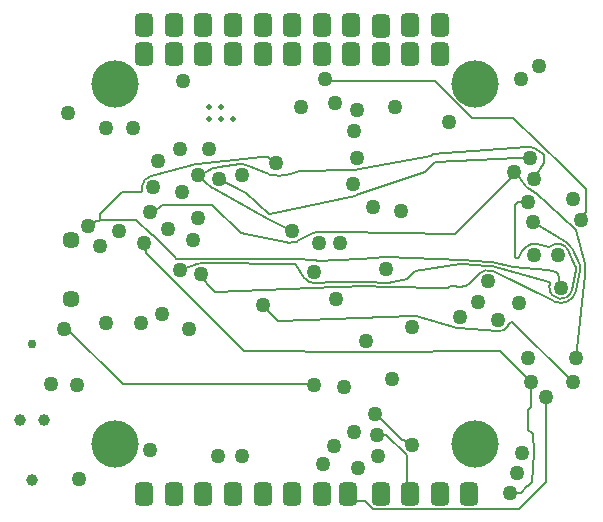
<source format=gbr>
%TF.GenerationSoftware,Altium Limited,Altium Designer,23.4.1 (23)*%
G04 Layer_Physical_Order=4*
G04 Layer_Color=16440176*
%FSLAX45Y45*%
%MOMM*%
%TF.SameCoordinates,640A0DE8-BAFA-4507-9DCD-DBD9925EBA1E*%
%TF.FilePolarity,Positive*%
%TF.FileFunction,Copper,L4,Inr,Signal*%
%TF.Part,Single*%
G01*
G75*
%TA.AperFunction,Conductor*%
%ADD10C,0.15000*%
%TA.AperFunction,ComponentPad*%
%ADD54C,0.99100*%
%ADD55C,1.45000*%
%ADD56C,0.75000*%
%TA.AperFunction,ViaPad*%
%ADD57C,4.00000*%
G04:AMPARAMS|DCode=58|XSize=1.524mm|YSize=2mm|CornerRadius=0.381mm|HoleSize=0mm|Usage=FLASHONLY|Rotation=0.000|XOffset=0mm|YOffset=0mm|HoleType=Round|Shape=RoundedRectangle|*
%AMROUNDEDRECTD58*
21,1,1.52400,1.23800,0,0,0.0*
21,1,0.76200,2.00000,0,0,0.0*
1,1,0.76200,0.38100,-0.61900*
1,1,0.76200,-0.38100,-0.61900*
1,1,0.76200,-0.38100,0.61900*
1,1,0.76200,0.38100,0.61900*
%
%ADD58ROUNDEDRECTD58*%
%ADD59C,1.27000*%
%ADD60C,0.50000*%
D10*
X4338644Y1653499D02*
G03*
X4431137Y1704201I7458J96111D01*
G01*
X3992938Y1682162D02*
G03*
X4011443Y1678889I25963J92838D01*
G01*
X4049471Y2260487D02*
G03*
X4042379Y2260892I-11023J-130937D01*
G01*
X4937242Y2341010D02*
G03*
X4794652Y2378928I-87242J-41010D01*
G01*
X4034571Y2033229D02*
G03*
X4107282Y2062060I3877J96322D01*
G01*
X4294091Y2238404D02*
G03*
X4260899Y2242688I-37791J-162052D01*
G01*
X3401740Y2280067D02*
G03*
X3390200Y2279935I-4673J-96287D01*
G01*
X4290176Y2203310D02*
G03*
X4246726Y2207402I-33875J-126958D01*
G01*
X4298969Y2162795D02*
G03*
X4236198Y2170632I-42668J-86443D01*
G01*
X4047182Y2225554D02*
G03*
X4023001Y2224705I-8733J-96004D01*
G01*
X4236198Y2170632D02*
G03*
X4187467Y2143842I20103J-94281D01*
G01*
X3645695Y1780191D02*
G03*
X3642345Y1781072I-26191J-92774D01*
G01*
D02*
G03*
X3615771Y1783744I-22841J-93655D01*
G01*
X4817570Y1906815D02*
G03*
X5003428Y1997211I57430J118185D01*
G01*
X4816840Y1907172D02*
G03*
X4817570Y1906815I58160J117828D01*
G01*
X1845829Y2231002D02*
G03*
X1791626Y2225956I-18529J-94603D01*
G01*
X1402828Y2968816D02*
G03*
X1328600Y2875000I22172J-93816D01*
G01*
X1797112Y3073215D02*
G03*
X1782830Y3070526I10642J-95811D01*
G01*
X1981448Y3044826D02*
G03*
X1933509Y3034128I-3667J-96330D01*
G01*
X2404583Y2981981D02*
G03*
X2579462Y2983741I84345J308421D01*
G01*
X2212781Y3063688D02*
G03*
X2161317Y3070424I-37781J-88688D01*
G01*
X1981718Y3044826D02*
G03*
X1983847Y3044977I0J15001D01*
G01*
X1916199Y2873610D02*
G03*
X1928357Y2865636I58802J76390D01*
G01*
X2581754Y2405342D02*
G03*
X2644475Y2414472I18246J94658D01*
G01*
X1418491Y2467837D02*
G03*
X1414490Y2471653I-68491J-67837D01*
G01*
X1139244Y2597500D02*
G03*
X1138394Y2597501I-518J-96399D01*
G01*
X2793216Y2491010D02*
G03*
X2780373Y2485448I31784J-91010D01*
G01*
X2827135Y2496377D02*
G03*
X2793216Y2491010I-2135J-96376D01*
G01*
X3003524Y2494662D02*
G03*
X3002926Y2494669I-1532J-96388D01*
G01*
X2976496Y2494925D02*
G03*
X2958254Y2493472I-1496J-96388D01*
G01*
X2799020Y2254940D02*
G03*
X2791470Y2255717I-13647J-95429D01*
G01*
X2704518Y2107018D02*
G03*
X2789434Y2063196I80855J52493D01*
G01*
X3135672Y2803127D02*
G03*
X3145184Y2805782I-19671J88848D01*
G01*
X3110000Y3017854D02*
G03*
X3124800Y3019357I-1766J90983D01*
G01*
X4674122Y2393334D02*
G03*
X4581848Y2368178I-24122J-93333D01*
G01*
X3224022Y1478605D02*
G03*
X3225893Y1478604I978J96395D01*
G01*
X2973658Y2027716D02*
G03*
X2971586Y2027647I2138J-96376D01*
G01*
X4646221Y620683D02*
G03*
X4646176Y633131I-96221J5882D01*
G01*
X4778703Y2029455D02*
G03*
X4969485Y2005879I96297J-4455D01*
G01*
X4968281Y2357234D02*
G03*
X4916977Y2413050I-118280J-57234D01*
G01*
X4569614Y2891139D02*
G03*
X4598735Y2863793I79118J55075D01*
G01*
D02*
G03*
X4599221Y2863500I49997J82421D01*
G01*
X4665431Y2821684D02*
G03*
X4649476Y2833575I-65276J-70937D01*
G01*
X4663378Y3200897D02*
G03*
X4606703Y3216326I-52457J-80878D01*
G01*
X3396560Y2064062D02*
G03*
X3415256Y2065377I2997J90951D01*
G01*
X5081054Y2133403D02*
G03*
X5078122Y2183427I-145054J16597D01*
G01*
X4493394Y2734976D02*
G03*
X4493392Y2734975I10606J-10607D01*
G01*
X3645695Y1780191D02*
X3992627Y1682249D01*
X3992938Y1682162D01*
X4452407Y1736000D02*
X4464000D01*
X4431137Y1704201D02*
X4443203Y1726796D01*
X4011443Y1678889D02*
X4338644Y1653499D01*
X4443203Y1726796D02*
X4452407Y1736000D01*
X3644710Y2163295D02*
X4023001Y2224705D01*
X3925424Y2027981D02*
X3934211Y2036768D01*
X4107282Y2062060D02*
X4187467Y2143842D01*
X3401740Y2280066D02*
X4042379Y2260892D01*
X3934211Y2036768D02*
X3946638D01*
X4034571Y2033229D01*
X3917122Y2019679D02*
X3925424Y2027981D01*
X4778802Y2367884D02*
X4794652Y2378928D01*
X4047182Y2225554D02*
X4246726Y2207402D01*
X4937242Y2341010D02*
X4937246Y2341002D01*
X4049471Y2260487D02*
X4260899Y2242688D01*
X3398393Y776607D02*
X3569400Y605600D01*
X3318105Y776607D02*
X3398393D01*
X3316322Y774824D02*
X3318105Y776607D01*
X3587858Y693165D02*
X3618165D01*
X3528536Y735765D02*
X3545259D01*
X3310701Y953600D02*
X3528536Y735765D01*
X3569400Y305600D02*
Y605600D01*
X3545259Y735765D02*
X3587858Y693165D01*
X4298969Y2162795D02*
X4816840Y1907172D01*
X4469194Y2197569D02*
X4768610Y2175686D01*
X4290176Y2203310D02*
X4772339Y2075198D01*
X4775221Y2072316D01*
X4779947Y2067590D01*
X4294091Y2238403D02*
X4469194Y2197569D01*
X2627062Y2223667D02*
X2632579Y2218151D01*
X2704518Y2107018D01*
X1878863Y2050523D02*
X1946018Y1983368D01*
X1827300Y2136400D02*
X1878863Y2050523D01*
X1651395Y2170097D02*
X1791626Y2225956D01*
X1845829Y2231002D02*
X2627062Y2223667D01*
X2265099Y3125197D02*
X2340612Y3128632D01*
X1402828Y2968815D02*
X1782830Y3070526D01*
X1871201Y2908621D02*
X1916199Y2873610D01*
X1797112Y3073215D02*
X2265099Y3125197D01*
X1819818Y2960005D02*
X1871201Y2908621D01*
X2190621Y2833094D02*
X2206444Y2822024D01*
X1981985Y2946218D02*
X2190621Y2833094D01*
X1807755Y2977404D02*
X1819818Y2960005D01*
X1981448Y3044826D02*
X1981718D01*
X2212781Y3063688D02*
X2404583Y2981981D01*
X1983847Y3044977D02*
X2161317Y3070424D01*
X1802458Y2972799D02*
X1814885Y2972799D01*
X1933509Y3034128D01*
X1328600Y2846288D02*
Y2875000D01*
X1315896Y2837500D02*
X1319813Y2837500D01*
X1162500Y2837500D02*
X1315896D01*
X1319813Y2837500D02*
X1328600Y2846288D01*
X2644475Y2414472D02*
X2644700Y2414590D01*
X2164163Y2485837D02*
X2581754Y2405342D01*
X1398663Y2661407D02*
X1474861Y2699861D01*
X1925000Y2725000D02*
X2164163Y2485837D01*
X2644700Y2414590D02*
X2780373Y2485448D01*
X1474861Y2699861D02*
X1483648Y2708648D01*
X1500000Y2725000D01*
X1275195Y2597022D02*
X1414489Y2471652D01*
X1363091Y2315287D02*
X1371878Y2306500D01*
X1614160Y2270367D02*
X2629193Y2266002D01*
X1418491Y2467837D02*
X1605373Y2279154D01*
X1614160Y2270367D01*
X1371878Y2306500D02*
X2184984Y1493394D01*
X1350000Y2400000D02*
X1363091Y2315287D01*
X1139244Y2597500D02*
X1275195Y2597022D01*
X972000Y2597000D02*
X993215Y2597001D01*
X1138394Y2597500D01*
X875000Y2550000D02*
X905307D01*
X941700Y2586394D01*
X961394D01*
X972000Y2597000D01*
X2340612Y3128632D02*
X2399931D01*
X2453330Y3075233D01*
X2468154D01*
X2579462Y2983740D02*
X2665362Y3009223D01*
X2393129Y2608675D02*
X2600000Y2500000D01*
X1928357Y2865635D02*
X2393129Y2608675D01*
X3967033Y2479343D02*
X3979343D01*
X3003524Y2494662D02*
X3967033Y2479343D01*
X2976496Y2494925D02*
X3002926Y2494669D01*
X2789434Y2063196D02*
X2970238Y2070990D01*
X2629193Y2266002D02*
X2791470Y2255717D01*
X2970238Y2070990D02*
X2976530Y2070990D01*
X2808694Y2253556D02*
X2808753Y2253558D01*
X2976530Y2070990D02*
X2983412Y2070919D01*
X2799020Y2254939D02*
X2808694Y2253556D01*
X2827135Y2496376D02*
X2958254Y2493472D01*
X3723327Y3000536D02*
X3726659Y3001659D01*
X3811026Y3086026D01*
X2407625Y2643676D02*
X2415477Y2643675D01*
X3124800Y3019357D02*
X3775836Y3139885D01*
X2665362Y3009223D02*
X2667391Y3009263D01*
X3110000Y3017854D01*
X3145184Y2805782D02*
X3723327Y3000536D01*
X2415477Y2643675D02*
X3135672Y2803127D01*
X3775836Y3139885D02*
X3784624Y3148672D01*
X4772592Y2367884D02*
X4778802Y2367884D01*
X4674122Y2393333D02*
X4772592Y2367884D01*
X4545553Y2331874D02*
X4581848Y2368178D01*
X4518211Y2282997D02*
X4545553Y2331874D01*
X4510214Y2275000D02*
X4518211Y2282997D01*
X5003428Y1997211D02*
X5041815Y2174516D01*
X4937246Y2341002D02*
X4999491Y2208999D01*
X3174119Y2266000D02*
X3179434Y2265430D01*
X3187115Y2265430D02*
X3390200Y2279935D01*
X3179434Y2265430D02*
X3187115Y2265430D01*
X2484606Y1740394D02*
X2497026D01*
X3615771Y1783744D01*
X3300000Y953600D02*
X3310701D01*
X1165829Y1206497D02*
X2771148D01*
X2781548Y1196097D01*
X2189378Y1489000D02*
X3224022Y1478605D01*
X3225893Y1478604D02*
X4348573Y1489000D01*
X2184984Y1493394D02*
X2189378Y1489000D01*
X4348573Y1489000D02*
X4361000D01*
X4625000Y1225000D01*
X3979343Y2479343D02*
X4489627Y2989627D01*
X3237460Y2033567D02*
X3237677D01*
X1958446Y1983368D02*
X2971586Y2027647D01*
X2973658Y2027715D02*
X3237460Y2033567D01*
X1946018Y1983368D02*
X1958446Y1983368D01*
X2349907Y1875093D02*
X2413223Y1811777D01*
X2349907Y1875093D02*
Y1880690D01*
X2413223Y1811777D02*
X2484606Y1740394D01*
X695362Y1676964D02*
X1165829Y1206497D01*
X672254Y1676964D02*
X695362D01*
X4445295Y287069D02*
X4537069D01*
X4591215Y341216D01*
X4595609Y345609D02*
X4627451Y377451D01*
X4631607Y381607D01*
X4631801Y790734D02*
X4636000Y786535D01*
X4600000Y822535D02*
X4631801Y790734D01*
X4631607Y381607D02*
X4646220Y620683D01*
X4636000Y786535D02*
X4646176Y633131D01*
X4854605Y2140294D02*
X4875000Y2025000D01*
X5006997Y2190931D02*
Y2197145D01*
X5041815Y2174516D02*
X5041997Y2174698D01*
X4845818Y2149081D02*
X4854605Y2140294D01*
X4778703Y2029455D02*
X4779947Y2055163D01*
X4838700Y2156199D02*
X4845818Y2149081D01*
X4779947Y2055163D02*
Y2067590D01*
X4969485Y2005879D02*
X5003794Y2175547D01*
X5006997Y2190931D01*
X5035668Y2217970D02*
X5041997Y2211642D01*
X4968281Y2357234D02*
X5035668Y2217970D01*
X4638602Y2577974D02*
X4916976Y2413049D01*
X4999491Y2208999D02*
X5006997Y2197145D01*
X4519189Y2745070D02*
X4600155Y2750748D01*
X4665431Y2821684D02*
X4994047Y2519291D01*
X4599221Y2863500D02*
X4649475Y2833575D01*
X4994047Y2519291D02*
X5001074Y2512265D01*
X4506762Y2745070D02*
X4519189Y2745070D01*
X5001074Y2512265D02*
X5076996Y2226139D01*
X2206444Y2822024D02*
X2407625Y2643676D01*
X4517421Y3118370D02*
X4610921Y3120018D01*
X4663378Y3200896D02*
X4728381Y3158736D01*
X3788555Y3152603D02*
X4592880Y3215721D01*
X4499891Y2989627D02*
X4508678Y2980840D01*
X4506152Y3118317D02*
X4517421Y3118370D01*
X4592880Y3215721D02*
X4606703Y3216326D01*
X4473920Y3005334D02*
X4475104Y3006517D01*
X4489627Y2989627D02*
X4499891D01*
X4537741Y2936925D02*
X4569614Y2891139D01*
X4473920Y3005334D02*
X4489627Y2989627D01*
X4728381Y3158736D02*
X4736000Y3151117D01*
X4508678Y2980840D02*
X4537741Y2936925D01*
X4648732Y2946214D02*
X4700664Y3026511D01*
X3816829Y3086296D02*
X4506152Y3118317D01*
X4700664Y3026511D02*
X4736000Y3079874D01*
X3165438Y2266000D02*
X3174119D01*
X3910800Y2019678D02*
X3916843D01*
X3251861Y2068567D02*
X3396560Y2064062D01*
X3237677Y2033567D02*
X3237888Y2033561D01*
X3397882Y2029018D02*
X3910800Y2019678D01*
X3396532Y2029049D02*
X3396794Y2029042D01*
X3397574Y2029024D02*
X3397882Y2029018D01*
X2983412Y2070919D02*
X3251861Y2068567D01*
X3916843Y2019678D02*
X3917122Y2019679D01*
X3396794Y2029042D02*
X3397574Y2029024D01*
X3237888Y2033561D02*
X3396532Y2029049D01*
X3415256Y2065377D02*
X3574722Y2093307D01*
X3784624Y3148672D02*
X3788555Y3152603D01*
X3811026Y3086026D02*
X3816829Y3086296D01*
X4908483Y3040410D02*
X4908841Y3040057D01*
X4470987Y3458557D02*
X4908483Y3040410D01*
X4908841Y3040057D02*
X5086000Y2857130D01*
Y2666307D02*
Y2857130D01*
X4736000Y3079874D02*
Y3151117D01*
X5041997Y2174698D02*
Y2211642D01*
X5076996Y2226139D02*
X5078122Y2183427D01*
X2808753Y2253558D02*
X3165438Y2266000D01*
X2875000Y3791000D02*
X2891000Y3775000D01*
X3810340D01*
X3574722Y2093307D02*
X3574808Y2093394D01*
X972000Y2597000D02*
Y2647001D01*
X1162500Y2837500D01*
X4126783Y3458557D02*
X4470987D01*
X4625000Y1225000D02*
X4625000D01*
X4624842Y1010399D02*
Y1224842D01*
X4625000Y1225000D01*
X4600000Y985557D02*
X4624842Y1010399D01*
X4600000Y822535D02*
Y985557D01*
X4591215Y341216D02*
X4595609Y345609D01*
X3574808Y2093394D02*
X3644710Y2163295D01*
X4500693Y2739000D02*
X4506762Y2745070D01*
X5050000Y2600000D02*
Y2630307D01*
X5086000Y2666307D01*
X3810340Y3775000D02*
X4126783Y3458557D01*
X3569400Y305600D02*
X3600000Y275000D01*
X4768610Y2175686D02*
X4838700Y2156199D01*
X5000000Y1425000D02*
X5081054Y2133403D01*
X4489000Y2290000D02*
Y2730582D01*
X4497788Y2275000D02*
X4510214D01*
X4489000Y2290000D02*
X4489000Y2283788D01*
X4497788Y2275000D01*
X4464000Y1736000D02*
X4975000Y1225000D01*
X4524122Y152500D02*
X4750000Y378378D01*
X3286798Y152500D02*
X4524122D01*
X3129398Y220601D02*
X3218698D01*
X4750000Y378378D02*
Y1100000D01*
X3074998Y275000D02*
X3129398Y220601D01*
X3218698D02*
X3286798Y152500D01*
X1500000Y2725000D02*
X1925000D01*
X4489000Y2730582D02*
X4493392Y2734975D01*
X4493394Y2734976D02*
X4497418Y2739000D01*
X4500693D01*
D54*
X400000Y396000D02*
D03*
X501600Y904000D02*
D03*
X298400D02*
D03*
D55*
X725000Y2424999D02*
D03*
Y1925000D02*
D03*
D56*
X399996Y1550000D02*
D03*
D57*
X1100001Y699998D02*
D03*
X4150003Y3750000D02*
D03*
Y699998D02*
D03*
X1100001Y3750000D02*
D03*
D58*
X3850000Y4250000D02*
D03*
X3849998Y4000002D02*
D03*
X3600001D02*
D03*
X3599996Y4249999D02*
D03*
X3349994Y4240799D02*
D03*
X3349999Y4000002D02*
D03*
X3100002D02*
D03*
X3099997Y4249994D02*
D03*
X2850000D02*
D03*
Y4000002D02*
D03*
X2599998D02*
D03*
Y4249994D02*
D03*
X2349996Y4249999D02*
D03*
X2099999Y4000002D02*
D03*
Y4249994D02*
D03*
X1849997Y4249999D02*
D03*
X1850002Y4000002D02*
D03*
X1600000D02*
D03*
Y4249994D02*
D03*
X1349998Y4249999D02*
D03*
Y3999997D02*
D03*
X4100000Y275000D02*
D03*
X3850000D02*
D03*
X3600000D02*
D03*
X3349999Y275000D02*
D03*
X3074998D02*
D03*
X2850000D02*
D03*
X2600003D02*
D03*
X2350001D02*
D03*
X1850002D02*
D03*
X1600000D02*
D03*
X1350003D02*
D03*
X2350001Y4000002D02*
D03*
X2099999Y275000D02*
D03*
D59*
X1893548Y3195165D02*
D03*
X4346102Y1749610D02*
D03*
X4175000Y1900000D02*
D03*
X4018901Y1775000D02*
D03*
X2953075Y680044D02*
D03*
X3125000Y800000D02*
D03*
X3316322Y774824D02*
D03*
X3324247Y598002D02*
D03*
X3155984Y493901D02*
D03*
X3618165Y693165D02*
D03*
X4256301Y2076352D02*
D03*
X1827300Y2136400D02*
D03*
X1981985Y2946218D02*
D03*
X1669937Y2832598D02*
D03*
X1807755Y2977404D02*
D03*
X2175000Y2975000D02*
D03*
X1762240Y2428400D02*
D03*
X1805858Y2616202D02*
D03*
X1651395Y2170097D02*
D03*
X1552407Y2519770D02*
D03*
X1425000Y2875000D02*
D03*
X1398663Y2661407D02*
D03*
X1350000Y2400000D02*
D03*
X1138726Y2501101D02*
D03*
X875000Y2550000D02*
D03*
X1250000Y3375000D02*
D03*
X1464254Y3095031D02*
D03*
X1650000Y3200000D02*
D03*
X1675000Y3775000D02*
D03*
X2675000Y3550000D02*
D03*
X2468154Y3075233D02*
D03*
X2600000Y2500000D02*
D03*
X3150060Y3125414D02*
D03*
X2785373Y2159510D02*
D03*
X3001991Y2398274D02*
D03*
X3117174Y2900000D02*
D03*
X2825000Y2400000D02*
D03*
X3125000Y3350000D02*
D03*
X3150068Y3525216D02*
D03*
X2966469Y3584061D02*
D03*
X3475000Y3550000D02*
D03*
X3925000Y3425000D02*
D03*
X4650000Y2300000D02*
D03*
X4521500Y1896428D02*
D03*
X3397067Y2183780D02*
D03*
X3619504Y1687417D02*
D03*
X2858894Y530182D02*
D03*
X3300000Y953600D02*
D03*
X3450000Y1250000D02*
D03*
X3042671Y1185097D02*
D03*
X2781548Y1196097D02*
D03*
X3225000Y1575000D02*
D03*
X3521101Y2675438D02*
D03*
X3286386Y2709923D02*
D03*
X2975796Y1931339D02*
D03*
X2349907Y1880690D02*
D03*
X1725000Y1675000D02*
D03*
X1325000Y1725000D02*
D03*
X1025002Y1724998D02*
D03*
X672254Y1676964D02*
D03*
X1400000Y650000D02*
D03*
X800000Y400000D02*
D03*
X4506705Y454941D02*
D03*
X4445295Y287069D02*
D03*
X4550000Y626565D02*
D03*
X4875000Y2025000D02*
D03*
X4850000Y2300000D02*
D03*
X4638602Y2577974D02*
D03*
X4600155Y2750748D02*
D03*
X5050000Y2600000D02*
D03*
X4610921Y3120018D02*
D03*
X4475104Y3006517D02*
D03*
X4648732Y2946214D02*
D03*
X4538693Y3788693D02*
D03*
X4693621Y3903451D02*
D03*
X2875000Y3791000D02*
D03*
X775000Y1200000D02*
D03*
X4975000Y2775000D02*
D03*
X4624842Y1225158D02*
D03*
X975000Y2375000D02*
D03*
X1500000Y1800000D02*
D03*
X4750000Y1100000D02*
D03*
X4975000Y1225000D02*
D03*
X5000000Y1425000D02*
D03*
X559569Y1206206D02*
D03*
X4600000Y1425000D02*
D03*
X700000Y3500000D02*
D03*
X1025000Y3375000D02*
D03*
X2175000Y600000D02*
D03*
X1975000D02*
D03*
D60*
X2099999Y3450000D02*
D03*
X1999999Y3550000D02*
D03*
Y3450000D02*
D03*
X1900000Y3550000D02*
D03*
Y3450000D02*
D03*
%TF.MD5,77c11d92a46c983fd948de73a01605d2*%
M02*

</source>
